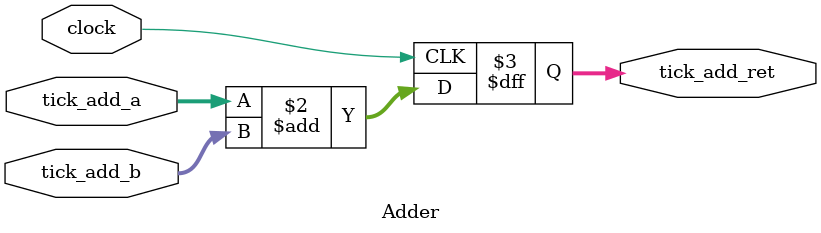
<source format=sv>

module Adder
(
  // global clock
  input logic clock,
  // tick_add() ports
  input int tick_add_a,
  input int tick_add_b,
  output int tick_add_ret
);
/*public:*/

  always_ff @(posedge clock) begin : tick_add
    tick_add_ret <= tick_add_a + tick_add_b;
  end
endmodule

</source>
